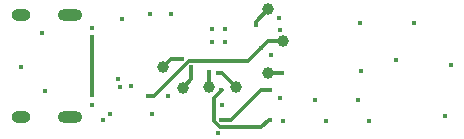
<source format=gbr>
%TF.GenerationSoftware,KiCad,Pcbnew,8.0.0*%
%TF.CreationDate,2024-02-29T11:48:50+01:00*%
%TF.ProjectId,usb2mid,75736232-6d69-4642-9e6b-696361645f70,rev?*%
%TF.SameCoordinates,Original*%
%TF.FileFunction,Copper,L4,Bot*%
%TF.FilePolarity,Positive*%
%FSLAX46Y46*%
G04 Gerber Fmt 4.6, Leading zero omitted, Abs format (unit mm)*
G04 Created by KiCad (PCBNEW 8.0.0) date 2024-02-29 11:48:50*
%MOMM*%
%LPD*%
G01*
G04 APERTURE LIST*
%TA.AperFunction,ComponentPad*%
%ADD10O,2.100000X1.000000*%
%TD*%
%TA.AperFunction,ComponentPad*%
%ADD11O,1.600000X1.000000*%
%TD*%
%TA.AperFunction,SMDPad,CuDef*%
%ADD12C,1.000000*%
%TD*%
%TA.AperFunction,ViaPad*%
%ADD13C,0.450000*%
%TD*%
%TA.AperFunction,Conductor*%
%ADD14C,0.350000*%
%TD*%
G04 APERTURE END LIST*
D10*
%TO.P,J1,S1,SHIELD*%
%TO.N,unconnected-(J1-SHIELD-PadS1)*%
X28130000Y-45680000D03*
D11*
X23950000Y-45680000D03*
D10*
X28130000Y-54320000D03*
D11*
X23950000Y-54320000D03*
%TD*%
D12*
%TO.P,TP1,1,1*%
%TO.N,/UART_TX*%
X39950000Y-51750000D03*
%TD*%
%TO.P,TP5,1,1*%
%TO.N,/SWCLK*%
X37700000Y-51800000D03*
%TD*%
%TO.P,TP4,1,1*%
%TO.N,/SWDIO*%
X36010000Y-50060000D03*
%TD*%
%TO.P,TP2,1,1*%
%TO.N,/UART_RX*%
X42200000Y-51750000D03*
%TD*%
%TO.P,TP3,1,1*%
%TO.N,/NRST*%
X44900000Y-45160000D03*
%TD*%
%TO.P,TP6,1,1*%
%TO.N,GND*%
X44880000Y-50600000D03*
%TD*%
%TO.P,TP7,1,1*%
%TO.N,+3.3V*%
X46160000Y-47880000D03*
%TD*%
D13*
%TO.N,GND*%
X59853208Y-54165643D03*
X60360000Y-49920000D03*
X52730000Y-46360000D03*
X55770000Y-49450000D03*
X52779110Y-50377557D03*
X53430000Y-54600000D03*
X52560000Y-52850000D03*
X48860000Y-52810000D03*
X49810000Y-54630000D03*
X35060000Y-54000000D03*
X25990000Y-52080000D03*
X24000000Y-50030000D03*
X25810000Y-47210000D03*
X36450000Y-52520000D03*
X41020000Y-53250000D03*
X40690000Y-55640000D03*
X46140000Y-54610000D03*
X45950000Y-52700000D03*
X45200000Y-49010000D03*
%TO.N,+3.3V*%
X44345000Y-48435000D03*
X34780000Y-52500000D03*
%TO.N,GND*%
X30000000Y-46760000D03*
X46100000Y-50600000D03*
X32200000Y-51030000D03*
X40125000Y-46825000D03*
X34900000Y-45580000D03*
X31550000Y-54000000D03*
X41275000Y-47975000D03*
X33310000Y-51700000D03*
X32510000Y-46010000D03*
X45865000Y-45900000D03*
X30000000Y-53250000D03*
X45940000Y-46900000D03*
X57250000Y-46300000D03*
X36700000Y-45580000D03*
X32410000Y-51710000D03*
X41275000Y-46825000D03*
X40125000Y-47975000D03*
X30900000Y-54500000D03*
%TO.N,/NRST*%
X43860000Y-46470000D03*
%TO.N,/SWDIO*%
X37610000Y-49390000D03*
%TO.N,/SWCLK*%
X38420000Y-50070000D03*
%TO.N,/UART_TX*%
X39950000Y-50500000D03*
%TO.N,/UART_RX*%
X40700000Y-50550000D03*
%TO.N,VBUS*%
X30000000Y-52460000D03*
X30000000Y-47550000D03*
%TO.N,/SINK*%
X40950000Y-52000000D03*
X45050000Y-54500000D03*
%TO.N,/SOURCE*%
X40950000Y-54500000D03*
X45050000Y-52000000D03*
%TD*%
D14*
%TO.N,/NRST*%
X43860000Y-46470000D02*
X43860000Y-46200000D01*
X43860000Y-46200000D02*
X44900000Y-45160000D01*
%TO.N,+3.3V*%
X43200000Y-49580000D02*
X38210000Y-49580000D01*
X44345000Y-48435000D02*
X43200000Y-49580000D01*
X44900000Y-47880000D02*
X46160000Y-47880000D01*
X38210000Y-49580000D02*
X35290000Y-52500000D01*
X35290000Y-52500000D02*
X34780000Y-52500000D01*
X44345000Y-48435000D02*
X44900000Y-47880000D01*
%TO.N,VBUS*%
X30000000Y-47550000D02*
X30000000Y-52460000D01*
%TO.N,/UART_TX*%
X39950000Y-50450000D02*
X39950000Y-51750000D01*
%TO.N,/UART_RX*%
X40700000Y-50550000D02*
X41000000Y-50550000D01*
X41000000Y-50550000D02*
X42200000Y-51750000D01*
%TO.N,GND*%
X44880000Y-50600000D02*
X46100000Y-50600000D01*
%TO.N,/SWDIO*%
X36680000Y-49390000D02*
X36010000Y-50060000D01*
X37610000Y-49390000D02*
X36680000Y-49390000D01*
%TO.N,/SWCLK*%
X38420000Y-50070000D02*
X38420000Y-51080000D01*
X38420000Y-51080000D02*
X37700000Y-51800000D01*
%TO.N,/SINK*%
X40350000Y-52680000D02*
X41030000Y-52000000D01*
X40350000Y-54660000D02*
X40350000Y-52680000D01*
X40820000Y-55130000D02*
X40350000Y-54660000D01*
X44350000Y-55130000D02*
X40820000Y-55130000D01*
X44980000Y-54500000D02*
X44350000Y-55130000D01*
%TO.N,/SOURCE*%
X44280000Y-52000000D02*
X41780000Y-54500000D01*
X41780000Y-54500000D02*
X41020000Y-54500000D01*
X44990000Y-52000000D02*
X44280000Y-52000000D01*
%TD*%
M02*

</source>
